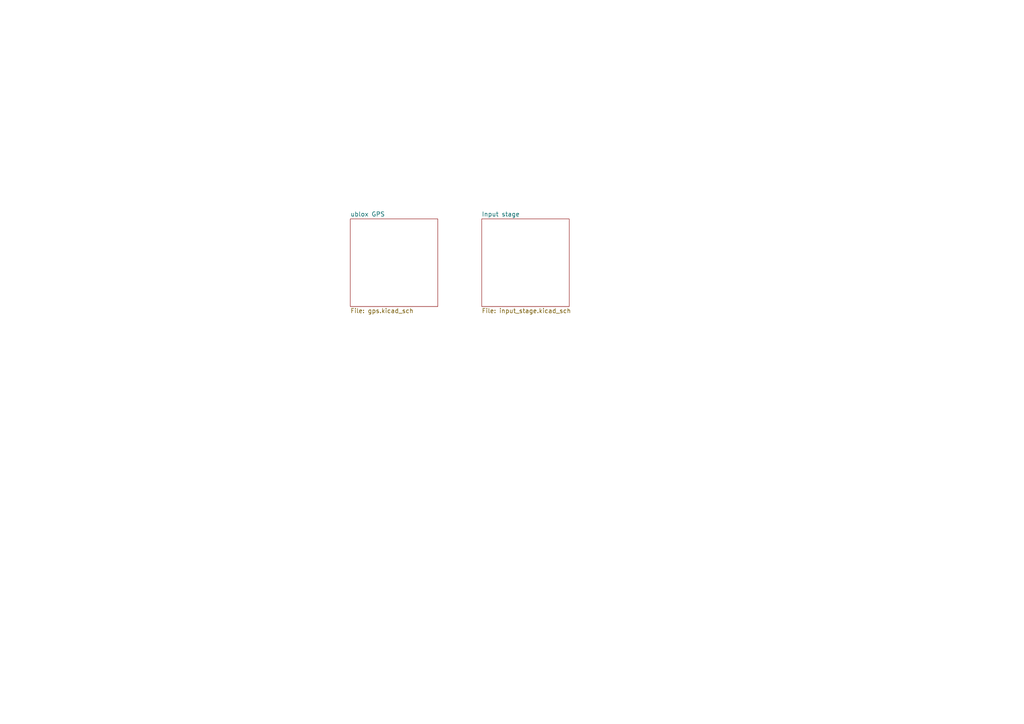
<source format=kicad_sch>
(kicad_sch (version 20210406) (generator eeschema)
  (paper "A4")
  (lib_symbols)
  (sheet (at 139.7 63.5) (size 25.4 25.4) (stroke (width 0.0006))
    (property "Sheet name" "Input stage" (at 139.7 62.8643 0) (effects (justify left bottom)))
    (property "Sheet file" "input_stage.kicad_sch" (at 139.7 89.4087 0) (effects (justify left top)))
  )
  (sheet (at 101.6 63.5) (size 25.4 25.4) (stroke (width 0.0006))
    (property "Sheet name" "ublox GPS" (at 101.6 62.8643 0) (effects (justify left bottom)))
    (property "Sheet file" "gps.kicad_sch" (at 101.6 89.4087 0) (effects (justify left top)))
  )
)
</source>
